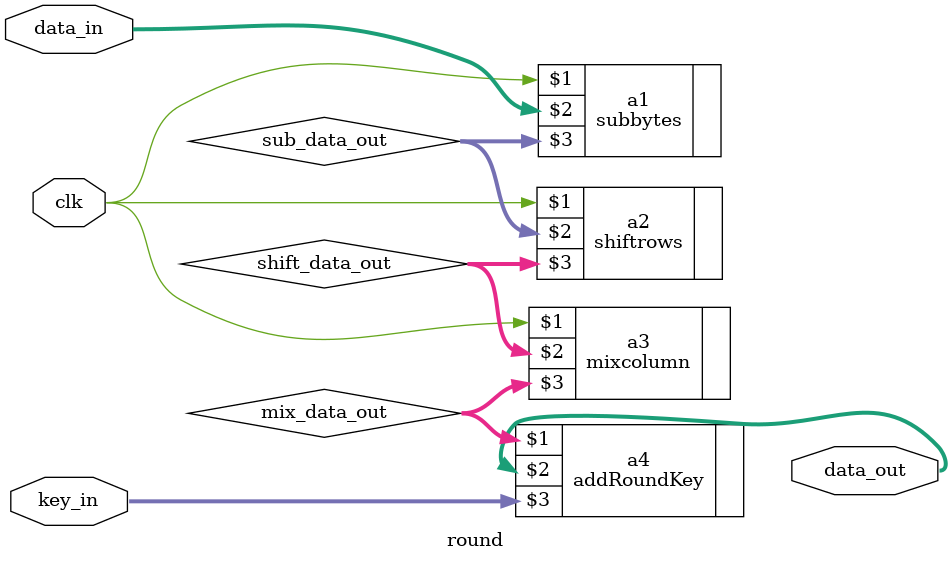
<source format=v>
module round(clk,data_in,key_in,data_out);
input clk;
input [127:0]data_in,key_in;
output [127:0] data_out;

wire [127:0]sub_data_out,shift_data_out,mix_data_out; 

subbytes a1(clk,data_in,sub_data_out);
shiftrows a2(clk,sub_data_out,shift_data_out);
mixcolumn a3(clk,shift_data_out,mix_data_out);
addRoundKey a4(mix_data_out,data_out,key_in);
endmodule
</source>
